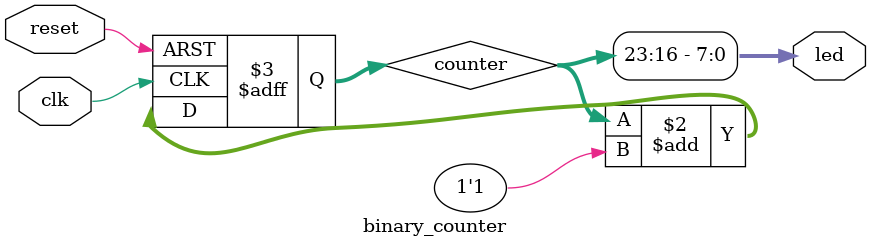
<source format=v>
`timescale 1ns / 1ps
module binary_counter(
    input clk,
    input reset,
    output [7:0] led
);

reg [23:0] counter;

always @(posedge clk or posedge reset)
begin
	if (reset)
		counter <= 0;
	else
		counter <= counter + 1'b1;
end

assign led[7:0] = counter[23:16];

endmodule
</source>
